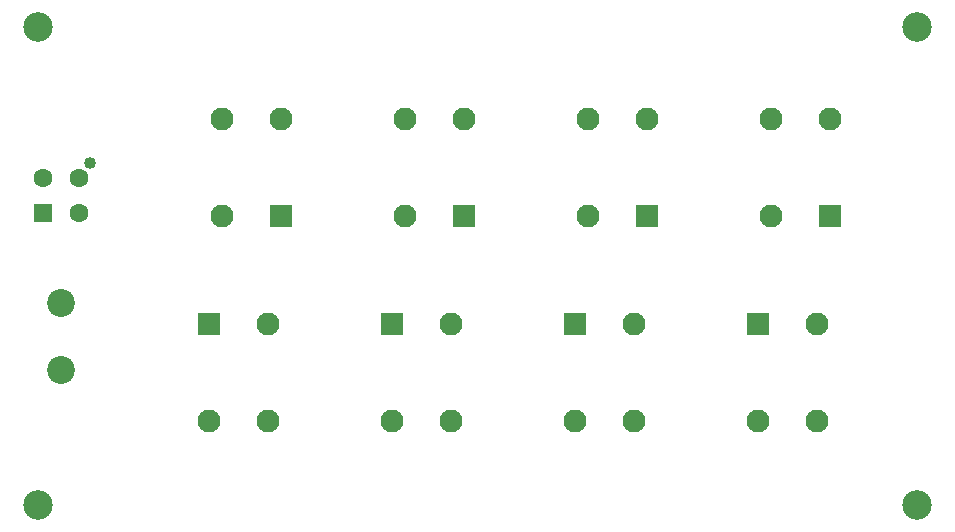
<source format=gbs>
G04 #@! TF.GenerationSoftware,KiCad,Pcbnew,9.0.3*
G04 #@! TF.CreationDate,2025-08-14T10:37:31-07:00*
G04 #@! TF.ProjectId,PD Board,50442042-6f61-4726-942e-6b696361645f,rev?*
G04 #@! TF.SameCoordinates,Original*
G04 #@! TF.FileFunction,Soldermask,Bot*
G04 #@! TF.FilePolarity,Negative*
%FSLAX46Y46*%
G04 Gerber Fmt 4.6, Leading zero omitted, Abs format (unit mm)*
G04 Created by KiCad (PCBNEW 9.0.3) date 2025-08-14 10:37:31*
%MOMM*%
%LPD*%
G01*
G04 APERTURE LIST*
G04 Aperture macros list*
%AMRoundRect*
0 Rectangle with rounded corners*
0 $1 Rounding radius*
0 $2 $3 $4 $5 $6 $7 $8 $9 X,Y pos of 4 corners*
0 Add a 4 corners polygon primitive as box body*
4,1,4,$2,$3,$4,$5,$6,$7,$8,$9,$2,$3,0*
0 Add four circle primitives for the rounded corners*
1,1,$1+$1,$2,$3*
1,1,$1+$1,$4,$5*
1,1,$1+$1,$6,$7*
1,1,$1+$1,$8,$9*
0 Add four rect primitives between the rounded corners*
20,1,$1+$1,$2,$3,$4,$5,0*
20,1,$1+$1,$4,$5,$6,$7,0*
20,1,$1+$1,$6,$7,$8,$9,0*
20,1,$1+$1,$8,$9,$2,$3,0*%
G04 Aperture macros list end*
%ADD10R,1.950000X1.950000*%
%ADD11C,1.950000*%
%ADD12C,1.020000*%
%ADD13RoundRect,0.250000X-0.552500X0.552500X-0.552500X-0.552500X0.552500X-0.552500X0.552500X0.552500X0*%
%ADD14C,1.605000*%
%ADD15C,2.500000*%
%ADD16C,2.362200*%
G04 APERTURE END LIST*
D10*
G04 #@! TO.C,P7*
X144330000Y-111780000D03*
D11*
X144330000Y-103580000D03*
X139330000Y-111780000D03*
X139330000Y-103580000D03*
G04 #@! TD*
D12*
G04 #@! TO.C,J1*
X97160000Y-107240000D03*
D13*
X93180000Y-111520000D03*
D14*
X96180000Y-111520000D03*
X93180000Y-108520000D03*
X96180000Y-108520000D03*
G04 #@! TD*
D15*
G04 #@! TO.C,H4*
X92700000Y-95800000D03*
G04 #@! TD*
D10*
G04 #@! TO.C,P3*
X138230000Y-120950000D03*
D11*
X138230000Y-129150000D03*
X143230000Y-120950000D03*
X143230000Y-129150000D03*
G04 #@! TD*
D15*
G04 #@! TO.C,H3*
X167200000Y-95800000D03*
G04 #@! TD*
D10*
G04 #@! TO.C,P8*
X159830000Y-111780000D03*
D11*
X159830000Y-103580000D03*
X154830000Y-111780000D03*
X154830000Y-103580000D03*
G04 #@! TD*
D16*
G04 #@! TO.C,M1*
X94688902Y-124816602D03*
X94688902Y-119116598D03*
G04 #@! TD*
D15*
G04 #@! TO.C,H1*
X92700000Y-136200000D03*
G04 #@! TD*
D10*
G04 #@! TO.C,P4*
X153730000Y-120950000D03*
D11*
X153730000Y-129150000D03*
X158730000Y-120950000D03*
X158730000Y-129150000D03*
G04 #@! TD*
D10*
G04 #@! TO.C,P1*
X107230000Y-120950000D03*
D11*
X107230000Y-129150000D03*
X112230000Y-120950000D03*
X112230000Y-129150000D03*
G04 #@! TD*
D10*
G04 #@! TO.C,P2*
X122730000Y-120950000D03*
D11*
X122730000Y-129150000D03*
X127730000Y-120950000D03*
X127730000Y-129150000D03*
G04 #@! TD*
D10*
G04 #@! TO.C,P6*
X128830000Y-111780000D03*
D11*
X128830000Y-103580000D03*
X123830000Y-111780000D03*
X123830000Y-103580000D03*
G04 #@! TD*
D10*
G04 #@! TO.C,P5*
X113330000Y-111780000D03*
D11*
X113330000Y-103580000D03*
X108330000Y-111780000D03*
X108330000Y-103580000D03*
G04 #@! TD*
D15*
G04 #@! TO.C,H2*
X167200000Y-136200000D03*
G04 #@! TD*
M02*

</source>
